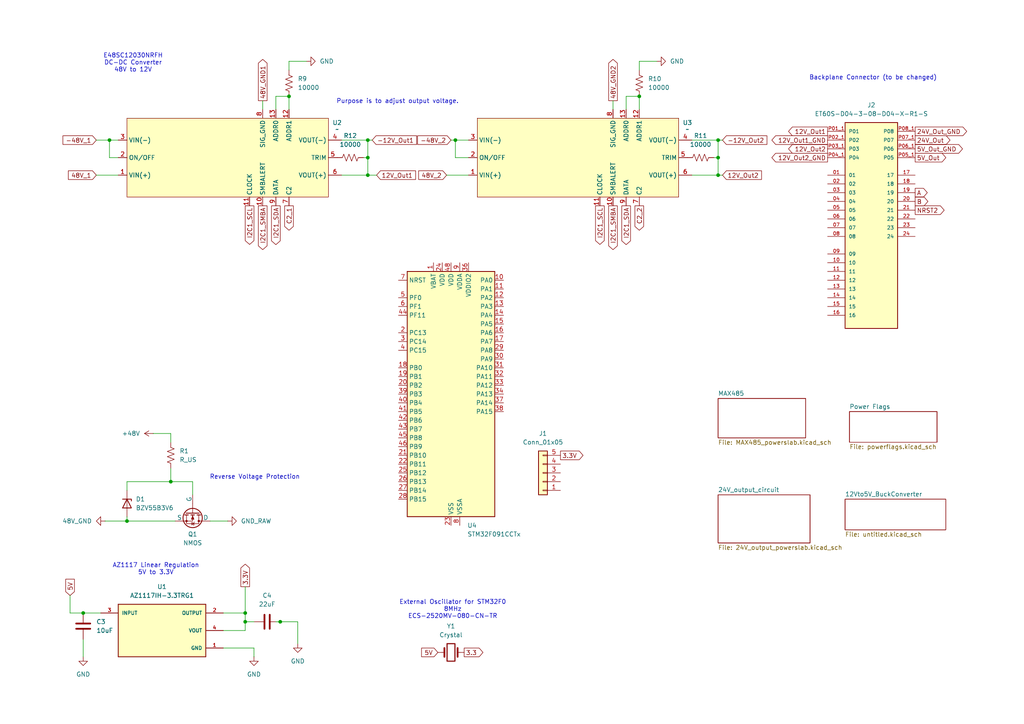
<source format=kicad_sch>
(kicad_sch (version 20231120) (generator "eeschema") (generator_version "8.0")
  (paper "A4")
  (lib_symbols
    (symbol "AZ1117H 4pin:AZ1117IH-3.3TRG1" (pin_names (offset 1.016))
      (property "Reference" "U" (at -12.7 8.128 0))
      (property "Value" "AZ1117IH-3.3TRG1" (at -12.7 -10.16 0))
      (symbol "AZ1117IH-3.3TRG1_0_0"
        (rectangle (start -12.7 -7.62) (end 12.7 7.62) (stroke (width 0.254)) (fill (type background)))
        (pin power_in line (at 17.78 -5.08 180) (length 5.08) (name "GND") (number "1"))
        (pin output line (at 17.78 5.08 180) (length 5.08) (name "OUTPUT") (number "2"))
        (pin input line (at -17.78 5.08 0) (length 5.08) (name "INPUT") (number "3"))
        (pin output line (at 17.78 0 180) (length 5.08) (name "VOUT") (number "4"))
      )
    )
    (symbol "Backplane Connectors ROV:ET60S-D04-3-08-D04-X-R1-S" (pin_names (offset 1.016))
      (property "Reference" "J" (at -7.62 29.21 0))
      (property "Value" "ET60S-D04-3-08-D04-X-R1-S" (at -7.62 -123.19 0))
      (symbol "ET60S-D04-3-08-D04-X-R1-S_0_0"
        (rectangle (start -7.62 27.94) (end 7.62 -31.75) (stroke (width 0.254)) (fill (type background)))
        (pin passive line (at -12.7 12.7 0) (length 5.08) (name "01") (number "01"))
        (pin passive line (at -12.7 10.16 0) (length 5.08) (name "02") (number "02"))
        (pin passive line (at -12.7 7.62 0) (length 5.08) (name "03") (number "03"))
        (pin passive line (at -12.7 5.08 0) (length 5.08) (name "04") (number "04"))
        (pin passive line (at -12.7 2.54 0) (length 5.08) (name "05") (number "05"))
        (pin passive line (at -12.7 0 0) (length 5.08) (name "06") (number "06"))
        (pin passive line (at -12.7 -2.54 0) (length 5.08) (name "07") (number "07"))
        (pin passive line (at -12.7 -5.08 0) (length 5.08) (name "08") (number "08"))
        (pin passive line (at -12.7 -10.16 0) (length 5.08) (name "09") (number "09"))
        (pin passive line (at -12.7 -12.7 0) (length 5.08) (name "10") (number "10"))
        (pin passive line (at -12.7 -15.24 0) (length 5.08) (name "11") (number "11"))
        (pin passive line (at -12.7 -17.78 0) (length 5.08) (name "12") (number "12"))
        (pin passive line (at -12.7 -20.32 0) (length 5.08) (name "13") (number "13"))
        (pin passive line (at -12.7 -22.86 0) (length 5.08) (name "14") (number "14"))
        (pin passive line (at -12.7 -25.4 0) (length 5.08) (name "15") (number "15"))
        (pin passive line (at -12.7 -27.94 0) (length 5.08) (name "16") (number "16"))
        (pin passive line (at 12.7 12.7 180) (length 5.08) (name "17") (number "17"))
        (pin passive line (at 12.7 10.16 180) (length 5.08) (name "18") (number "18"))
        (pin passive line (at 12.7 7.62 180) (length 5.08) (name "19") (number "19"))
        (pin passive line (at 12.7 5.08 180) (length 5.08) (name "20") (number "20"))
        (pin passive line (at 12.7 2.54 180) (length 5.08) (name "21") (number "21"))
        (pin passive line (at 12.7 0 180) (length 5.08) (name "22") (number "22"))
        (pin passive line (at 12.7 -2.54 180) (length 5.08) (name "23") (number "23"))
        (pin passive line (at 12.7 -5.08 180) (length 5.08) (name "24") (number "24"))
        (pin power_in line (at -12.7 22.86 0) (length 5.08) (name "P02") (number "P02_1"))
        (pin power_in line (at -12.7 20.32 0) (length 5.08) (name "P03") (number "P03_1"))
        (pin power_in line (at 12.7 17.78 180) (length 5.08) (name "P05") (number "P05_1"))
        (pin power_in line (at 12.7 20.32 180) (length 5.08) (name "P06") (number "P06_1"))
        (pin power_in line (at 12.7 22.86 180) (length 5.08) (name "P07") (number "P07_1"))
        (pin power_in line (at 12.7 25.4 180) (length 5.08) (name "P08") (number "P08_1"))
      )
      (symbol "ET60S-D04-3-08-D04-X-R1-S_1_0"
        (pin power_in line (at -12.7 25.4 0) (length 5.08) (name "P01") (number "P01_1"))
        (pin power_in line (at -12.7 25.4 0) (length 5.08) hide (name "P01") (number "P01_1"))
        (pin power_in line (at -12.7 25.4 0) (length 5.08) hide (name "P01") (number "P01_1"))
        (pin power_in line (at -12.7 25.4 0) (length 5.08) hide (name "P01") (number "P01_1"))
        (pin power_in line (at -12.7 25.4 0) (length 5.08) hide (name "P01") (number "P01_1"))
        (pin power_in line (at -12.7 25.4 0) (length 5.08) hide (name "P01") (number "P01_1"))
        (pin power_in line (at -12.7 25.4 0) (length 5.08) hide (name "P01") (number "P01_1"))
        (pin power_in line (at -12.7 25.4 0) (length 5.08) hide (name "P01") (number "P01_1"))
        (pin power_in line (at -12.7 25.4 0) (length 5.08) hide (name "P01") (number "P01_1"))
        (pin power_in line (at -12.7 25.4 0) (length 5.08) hide (name "P01") (number "P01_1"))
        (pin power_in line (at -12.7 22.86 0) (length 5.08) hide (name "P02") (number "P02_1"))
        (pin power_in line (at -12.7 22.86 0) (length 5.08) hide (name "P02") (number "P02_1"))
        (pin power_in line (at -12.7 22.86 0) (length 5.08) hide (name "P02") (number "P02_1"))
        (pin power_in line (at -12.7 22.86 0) (length 5.08) hide (name "P02") (number "P02_1"))
        (pin power_in line (at -12.7 22.86 0) (length 5.08) hide (name "P02") (number "P02_1"))
        (pin power_in line (at -12.7 22.86 0) (length 5.08) hide (name "P02") (number "P02_1"))
        (pin power_in line (at -12.7 22.86 0) (length 5.08) hide (name "P02") (number "P02_1"))
        (pin power_in line (at -12.7 22.86 0) (length 5.08) hide (name "P02") (number "P02_1"))
        (pin power_in line (at -12.7 22.86 0) (length 5.08) hide (name "P02") (number "P02_1"))
        (pin power_in line (at -12.7 20.32 0) (length 5.08) hide (name "P03") (number "P03_1"))
        (pin power_in line (at -12.7 20.32 0) (length 5.08) hide (name "P03") (number "P03_1"))
        (pin power_in line (at -12.7 20.32 0) (length 5.08) hide (name "P03") (number "P03_1"))
        (pin power_in line (at -12.7 20.32 0) (length 5.08) hide (name "P03") (number "P03_1"))
        (pin power_in line (at -12.7 20.32 0) (length 5.08) hide (name "P03") (number "P03_1"))
        (pin power_in line (at -12.7 20.32 0) (length 5.08) hide (name "P03") (number "P03_1"))
        (pin power_in line (at -12.7 20.32 0) (length 5.08) hide (name "P03") (number "P03_1"))
        (pin power_in line (at -12.7 20.32 0) (length 5.08) hide (name "P03") (number "P03_1"))
        (pin power_in line (at -12.7 20.32 0) (length 5.08) hide (name "P03") (number "P03_1"))
        (pin power_in line (at -12.7 17.78 0) (length 5.08) (name "P04") (number "P04_1"))
        (pin power_in line (at -12.7 17.78 0) (length 5.08) hide (name "P04") (number "P04_1"))
        (pin power_in line (at -12.7 17.78 0) (length 5.08) hide (name "P04") (number "P04_1"))
        (pin power_in line (at -12.7 17.78 0) (length 5.08) hide (name "P04") (number "P04_1"))
        (pin power_in line (at -12.7 17.78 0) (length 5.08) hide (name "P04") (number "P04_1"))
        (pin power_in line (at -12.7 17.78 0) (length 5.08) hide (name "P04") (number "P04_1"))
        (pin power_in line (at -12.7 17.78 0) (length 5.08) hide (name "P04") (number "P04_1"))
        (pin power_in line (at -12.7 17.78 0) (length 5.08) hide (name "P04") (number "P04_1"))
        (pin power_in line (at -12.7 17.78 0) (length 5.08) hide (name "P04") (number "P04_1"))
        (pin power_in line (at -12.7 17.78 0) (length 5.08) hide (name "P04") (number "P04_1"))
        (pin power_in line (at 12.7 17.78 180) (length 5.08) hide (name "P05") (number "P05_1"))
        (pin power_in line (at 12.7 17.78 180) (length 5.08) hide (name "P05") (number "P05_1"))
        (pin power_in line (at 12.7 17.78 180) (length 5.08) hide (name "P05") (number "P05_1"))
        (pin power_in line (at 12.7 17.78 180) (length 5.08) hide (name "P05") (number "P05_1"))
        (pin power_in line (at 12.7 17.78 180) (length 5.08) hide (name "P05") (number "P05_1"))
        (pin power_in line (at 12.7 17.78 180) (length 5.08) hide (name "P05") (number "P05_1"))
        (pin power_in line (at 12.7 17.78 180) (length 5.08) hide (name "P05") (number "P05_1"))
        (pin power_in line (at 12.7 17.78 180) (length 5.08) hide (name "P05") (number "P05_1"))
        (pin power_in line (at 12.7 17.78 180) (length 5.08) hide (name "P05") (number "P05_1"))
        (pin power_in line (at 12.7 20.32 180) (length 5.08) hide (name "P06") (number "P06_1"))
        (pin power_in line (at 12.7 20.32 180) (length 5.08) hide (name "P06") (number "P06_1"))
        (pin power_in line (at 12.7 20.32 180) (length 5.08) hide (name "P06") (number "P06_1"))
        (pin power_in line (at 12.7 20.32 180) (length 5.08) hide (name "P06") (number "P06_1"))
        (pin power_in line (at 12.7 20.32 180) (length 5.08) hide (name "P06") (number "P06_1"))
        (pin power_in line (at 12.7 20.32 180) (length 5.08) hide (name "P06") (number "P06_1"))
        (pin power_in line (at 12.7 20.32 180) (length 5.08) hide (name "P06") (number "P06_1"))
        (pin power_in line (at 12.7 20.32 180) (length 5.08) hide (name "P06") (number "P06_1"))
        (pin power_in line (at 12.7 20.32 180) (length 5.08) hide (name "P06") (number "P06_1"))
        (pin power_in line (at 12.7 22.86 180) (length 5.08) hide (name "P07") (number "P07_1"))
        (pin power_in line (at 12.7 22.86 180) (length 5.08) hide (name "P07") (number "P07_1"))
        (pin power_in line (at 12.7 22.86 180) (length 5.08) hide (name "P07") (number "P07_1"))
        (pin power_in line (at 12.7 22.86 180) (length 5.08) hide (name "P07") (number "P07_1"))
        (pin power_in line (at 12.7 22.86 180) (length 5.08) hide (name "P07") (number "P07_1"))
        (pin power_in line (at 12.7 22.86 180) (length 5.08) hide (name "P07") (number "P07_1"))
        (pin power_in line (at 12.7 22.86 180) (length 5.08) hide (name "P07") (number "P07_1"))
        (pin power_in line (at 12.7 22.86 180) (length 5.08) hide (name "P07") (number "P07_1"))
        (pin power_in line (at 12.7 22.86 180) (length 5.08) hide (name "P07") (number "P07_1"))
        (pin power_in line (at 12.7 25.4 180) (length 5.08) hide (name "P08") (number "P08_1"))
        (pin power_in line (at 12.7 25.4 180) (length 5.08) hide (name "P08") (number "P08_1"))
        (pin power_in line (at 12.7 25.4 180) (length 5.08) hide (name "P08") (number "P08_1"))
        (pin power_in line (at 12.7 25.4 180) (length 5.08) hide (name "P08") (number "P08_1"))
        (pin power_in line (at 12.7 25.4 180) (length 5.08) hide (name "P08") (number "P08_1"))
        (pin power_in line (at 12.7 25.4 180) (length 5.08) hide (name "P08") (number "P08_1"))
        (pin power_in line (at 12.7 25.4 180) (length 5.08) hide (name "P08") (number "P08_1"))
        (pin power_in line (at 12.7 25.4 180) (length 5.08) hide (name "P08") (number "P08_1"))
        (pin power_in line (at 12.7 25.4 180) (length 5.08) hide (name "P08") (number "P08_1"))
      )
    )
    (symbol "Connector_Generic:Conn_01x05" (pin_names (offset 1.016) hide)
      (property "Reference" "J" (at 0 7.62 0))
      (property "Value" "Conn_01x05" (at 0 -7.62 0))
      (symbol "Conn_01x05_1_1"
        (rectangle (start -1.27 -4.953) (end 0 -5.207) (stroke (width 0.1524)))
        (rectangle (start -1.27 -2.413) (end 0 -2.667) (stroke (width 0.1524)))
        (rectangle (start -1.27 0.127) (end 0 -0.127) (stroke (width 0.1524)))
        (rectangle (start -1.27 2.667) (end 0 2.413) (stroke (width 0.1524)))
        (rectangle (start -1.27 5.207) (end 0 4.953) (stroke (width 0.1524)))
        (rectangle (start -1.27 6.35) (end 1.27 -6.35) (stroke (width 0.254)) (fill (type background)))
        (pin passive line (at -5.08 5.08 0) (length 3.81) (name "Pin_1") (number "1"))
        (pin passive line (at -5.08 2.54 0) (length 3.81) (name "Pin_2") (number "2"))
        (pin passive line (at -5.08 0 0) (length 3.81) (name "Pin_3") (number "3"))
        (pin passive line (at -5.08 -2.54 0) (length 3.81) (name "Pin_4") (number "4"))
        (pin passive line (at -5.08 -5.08 0) (length 3.81) (name "Pin_5") (number "5"))
      )
    )
    (symbol "Device:C" (pin_numbers hide) (pin_names (offset 0.254))
      (property "Reference" "C" (at 0.635 2.54 0))
      (property "Value" "C" (at 0.635 -2.54 0))
      (symbol "C_0_1"
        (polyline (pts (xy -2.032 -0.762) (xy 2.032 -0.762)) (stroke (width 0.508)))
        (polyline (pts (xy -2.032 0.762) (xy 2.032 0.762)) (stroke (width 0.508)))
      )
      (symbol "C_1_1"
        (pin passive line (at 0 3.81 270) (length 2.794) (name "~") (number "1"))
        (pin passive line (at 0 -3.81 90) (length 2.794) (name "~") (number "2"))
      )
    )
    (symbol "Device:Crystal" (pin_numbers hide) (pin_names (offset 1.016) hide)
      (property "Reference" "Y" (at 0 3.81 0))
      (property "Value" "Crystal" (at 0 -3.81 0))
      (symbol "Crystal_0_1"
        (rectangle (start -1.143 2.54) (end 1.143 -2.54) (stroke (width 0.3048)))
        (polyline (pts (xy -2.54 0) (xy -1.905 0)))
        (polyline (pts (xy -1.905 -1.27) (xy -1.905 1.27)) (stroke (width 0.508)))
        (polyline (pts (xy 1.905 -1.27) (xy 1.905 1.27)) (stroke (width 0.508)))
        (polyline (pts (xy 2.54 0) (xy 1.905 0)))
      )
      (symbol "Crystal_1_1"
        (pin passive line (at -3.81 0 0) (length 1.27) (name "1") (number "1"))
        (pin passive line (at 3.81 0 180) (length 1.27) (name "2") (number "2"))
      )
    )
    (symbol "Device:R_US" (pin_numbers hide) (pin_names (offset 0))
      (property "Reference" "R" (at 2.54 0 90))
      (property "Value" "R_US" (at -2.54 0 90))
      (symbol "R_US_0_1"
        (polyline (pts (xy 0 -2.286) (xy 0 -2.54)))
        (polyline (pts (xy 0 2.286) (xy 0 2.54)))
        (polyline (pts (xy 0 -0.762) (xy 1.016 -1.143) (xy 0 -1.524) (xy -1.016 -1.905) (xy 0 -2.286)))
        (polyline (pts (xy 0 0.762) (xy 1.016 0.381) (xy 0 0) (xy -1.016 -0.381) (xy 0 -0.762)))
        (polyline (pts (xy 0 2.286) (xy 1.016 1.905) (xy 0 1.524) (xy -1.016 1.143) (xy 0 0.762)))
      )
      (symbol "R_US_1_1"
        (pin passive line (at 0 3.81 270) (length 1.27) (name "~") (number "1"))
        (pin passive line (at 0 -3.81 90) (length 1.27) (name "~") (number "2"))
      )
    )
    (symbol "Diode:BZV55B3V6" (pin_numbers hide) (pin_names hide)
      (property "Reference" "D" (at 0 2.54 0))
      (property "Value" "BZV55B3V6" (at 0 -2.54 0))
      (symbol "BZV55B3V6_0_1"
        (polyline (pts (xy 1.27 0) (xy -1.27 0)))
        (polyline (pts (xy -1.27 -1.27) (xy -1.27 1.27) (xy -0.762 1.27)) (stroke (width 0.254)))
        (polyline (pts (xy 1.27 -1.27) (xy 1.27 1.27) (xy -1.27 0) (xy 1.27 -1.27)) (stroke (width 0.254)))
      )
      (symbol "BZV55B3V6_1_1"
        (pin passive line (at -3.81 0 0) (length 2.54) (name "K") (number "1"))
        (pin passive line (at 3.81 0 180) (length 2.54) (name "A") (number "2"))
      )
    )
    (symbol "E48SC12030NRFH_New:E48SC12030NRFH"
      (property "Reference" "U" (at 0 0 0))
      (symbol "E48SC12030NRFH_1_1"
        (rectangle (start -29.21 11.43) (end 29.21 -11.43) (fill (type background)))
        (pin input line (at -31.75 -5.08 0) (length 2.54) (name "VIN(+)") (number "1"))
        (pin output line (at 10.16 -13.97 90) (length 2.54) (name "SMBALERT") (number "10"))
        (pin output line (at 6.35 -13.97 90) (length 2.54) (name "CLOCK") (number "11"))
        (pin output line (at 17.78 13.97 270) (length 2.54) (name "ADDR1") (number "12"))
        (pin output line (at 13.97 13.97 270) (length 2.54) (name "ADDR0") (number "13"))
        (pin input line (at -31.75 0 0) (length 2.54) (name "ON/OFF") (number "2"))
        (pin input line (at -31.75 5.08 0) (length 2.54) (name "VIN(-)") (number "3"))
        (pin output line (at 33.02 5.08 180) (length 3.81) (name "VOUT(-)") (number "4"))
        (pin output line (at 31.75 0 180) (length 2.54) (name "TRIM") (number "5"))
        (pin output line (at 33.02 -5.08 180) (length 3.81) (name "VOUT(+)") (number "6"))
        (pin output line (at 17.78 -13.97 90) (length 2.54) (name "C2") (number "7"))
        (pin output line (at 10.16 13.97 270) (length 2.54) (name "SIG_GND") (number "8"))
        (pin output line (at 13.97 -13.97 90) (length 2.54) (name "DATA") (number "9"))
      )
    )
    (symbol "MCU_ST_STM32F0:STM32F091CCTx"
      (property "Reference" "U" (at -12.7 36.83 0))
      (property "Value" "STM32F091CCTx" (at 7.62 36.83 0))
      (symbol "STM32F091CCTx_0_1"
        (rectangle (start -12.7 -35.56) (end 12.7 35.56) (stroke (width 0.254)) (fill (type background)))
      )
      (symbol "STM32F091CCTx_1_1"
        (pin power_in line (at -5.08 38.1 270) (length 2.54) (name "VBAT") (number "1"))
        (pin bidirectional line (at 15.24 33.02 180) (length 2.54) (name "PA0") (number "10"))
        (pin bidirectional line (at 15.24 30.48 180) (length 2.54) (name "PA1") (number "11"))
        (pin bidirectional line (at 15.24 27.94 180) (length 2.54) (name "PA2") (number "12"))
        (pin bidirectional line (at 15.24 25.4 180) (length 2.54) (name "PA3") (number "13"))
        (pin bidirectional line (at 15.24 22.86 180) (length 2.54) (name "PA4") (number "14"))
        (pin bidirectional line (at 15.24 20.32 180) (length 2.54) (name "PA5") (number "15"))
        (pin bidirectional line (at 15.24 17.78 180) (length 2.54) (name "PA6") (number "16"))
        (pin bidirectional line (at 15.24 15.24 180) (length 2.54) (name "PA7") (number "17"))
        (pin bidirectional line (at -15.24 7.62 0) (length 2.54) (name "PB0") (number "18"))
        (pin bidirectional line (at -15.24 5.08 0) (length 2.54) (name "PB1") (number "19"))
        (pin bidirectional line (at -15.24 17.78 0) (length 2.54) (name "PC13") (number "2"))
        (pin bidirectional line (at -15.24 2.54 0) (length 2.54) (name "PB2") (number "20"))
        (pin bidirectional line (at -15.24 -17.78 0) (length 2.54) (name "PB10") (number "21"))
        (pin bidirectional line (at -15.24 -20.32 0) (length 2.54) (name "PB11") (number "22"))
        (pin power_in line (at 0 -38.1 90) (length 2.54) (name "VSS") (number "23"))
        (pin power_in line (at -2.54 38.1 270) (length 2.54) (name "VDD") (number "24"))
        (pin bidirectional line (at -15.24 -22.86 0) (length 2.54) (name "PB12") (number "25"))
        (pin bidirectional line (at -15.24 -25.4 0) (length 2.54) (name "PB13") (number "26"))
        (pin bidirectional line (at -15.24 -27.94 0) (length 2.54) (name "PB14") (number "27"))
        (pin bidirectional line (at -15.24 -30.48 0) (length 2.54) (name "PB15") (number "28"))
        (pin bidirectional line (at 15.24 12.7 180) (length 2.54) (name "PA8") (number "29"))
        (pin bidirectional line (at -15.24 15.24 0) (length 2.54) (name "PC14") (number "3"))
        (pin bidirectional line (at 15.24 10.16 180) (length 2.54) (name "PA9") (number "30"))
        (pin bidirectional line (at 15.24 7.62 180) (length 2.54) (name "PA10") (number "31"))
        (pin bidirectional line (at 15.24 5.08 180) (length 2.54) (name "PA11") (number "32"))
        (pin bidirectional line (at 15.24 2.54 180) (length 2.54) (name "PA12") (number "33"))
        (pin bidirectional line (at 15.24 0 180) (length 2.54) (name "PA13") (number "34"))
        (pin passive line (at 0 -38.1 90) (length 2.54) hide (name "VSS") (number "35"))
        (pin power_in line (at 5.08 38.1 270) (length 2.54) (name "VDDIO2") (number "36"))
        (pin bidirectional line (at 15.24 -2.54 180) (length 2.54) (name "PA14") (number "37"))
        (pin bidirectional line (at 15.24 -5.08 180) (length 2.54) (name "PA15") (number "38"))
        (pin bidirectional line (at -15.24 0 0) (length 2.54) (name "PB3") (number "39"))
        (pin bidirectional line (at -15.24 12.7 0) (length 2.54) (name "PC15") (number "4"))
        (pin bidirectional line (at -15.24 -2.54 0) (length 2.54) (name "PB4") (number "40"))
        (pin bidirectional line (at -15.24 -5.08 0) (length 2.54) (name "PB5") (number "41"))
        (pin bidirectional line (at -15.24 -7.62 0) (length 2.54) (name "PB6") (number "42"))
        (pin bidirectional line (at -15.24 -10.16 0) (length 2.54) (name "PB7") (number "43"))
        (pin bidirectional line (at -15.24 22.86 0) (length 2.54) (name "PF11") (number "44"))
        (pin bidirectional line (at -15.24 -12.7 0) (length 2.54) (name "PB8") (number "45"))
        (pin bidirectional line (at -15.24 -15.24 0) (length 2.54) (name "PB9") (number "46"))
        (pin passive line (at 0 -38.1 90) (length 2.54) hide (name "VSS") (number "47"))
        (pin power_in line (at 0 38.1 270) (length 2.54) (name "VDD") (number "48"))
        (pin bidirectional line (at -15.24 27.94 0) (length 2.54) (name "PF0") (number "5"))
        (pin bidirectional line (at -15.24 25.4 0) (length 2.54) (name "PF1") (number "6"))
        (pin input line (at -15.24 33.02 0) (length 2.54) (name "NRST") (number "7"))
        (pin power_in line (at 2.54 -38.1 90) (length 2.54) (name "VSSA") (number "8"))
        (pin power_in line (at 2.54 38.1 270) (length 2.54) (name "VDDA") (number "9"))
      )
    )
    (symbol "Simulation_SPICE:NMOS" (pin_numbers hide) (pin_names (offset 0))
      (property "Reference" "Q" (at 5.08 1.27 0))
      (property "Value" "NMOS" (at 5.08 -1.27 0))
      (symbol "NMOS_0_1"
        (polyline (pts (xy 0.254 0) (xy -2.54 0)))
        (polyline (pts (xy 0.254 1.905) (xy 0.254 -1.905)) (stroke (width 0.254)))
        (polyline (pts (xy 0.762 -1.27) (xy 0.762 -2.286)) (stroke (width 0.254)))
        (polyline (pts (xy 0.762 0.508) (xy 0.762 -0.508)) (stroke (width 0.254)))
        (polyline (pts (xy 0.762 2.286) (xy 0.762 1.27)) (stroke (width 0.254)))
        (polyline (pts (xy 2.54 2.54) (xy 2.54 1.778)))
        (polyline (pts (xy 2.54 -2.54) (xy 2.54 0) (xy 0.762 0)))
        (polyline (pts (xy 0.762 -1.778) (xy 3.302 -1.778) (xy 3.302 1.778) (xy 0.762 1.778)))
        (polyline (pts (xy 1.016 0) (xy 2.032 0.381) (xy 2.032 -0.381) (xy 1.016 0)) (fill (type outline)))
        (polyline (pts (xy 2.794 0.508) (xy 2.921 0.381) (xy 3.683 0.381) (xy 3.81 0.254)))
        (polyline (pts (xy 3.302 0.381) (xy 2.921 -0.254) (xy 3.683 -0.254) (xy 3.302 0.381)))
        (circle (center 1.651 0) (radius 2.794) (stroke (width 0.254)))
        (circle (center 2.54 -1.778) (radius 0.254) (fill (type outline)))
        (circle (center 2.54 1.778) (radius 0.254) (fill (type outline)))
      )
      (symbol "NMOS_1_1"
        (pin passive line (at 2.54 5.08 270) (length 2.54) (name "D") (number "1"))
        (pin input line (at -5.08 0 0) (length 2.54) (name "G") (number "2"))
        (pin passive line (at 2.54 -5.08 90) (length 2.54) (name "S") (number "3"))
      )
    )
    (symbol "power:+48V" (power) (pin_numbers hide) (pin_names (offset 0) hide)
      (property "Value" "+48V" (at 0 3.556 0))
      (symbol "+48V_0_1"
        (polyline (pts (xy -0.762 1.27) (xy 0 2.54)))
        (polyline (pts (xy 0 0) (xy 0 2.54)))
        (polyline (pts (xy 0 2.54) (xy 0.762 1.27)))
      )
      (symbol "+48V_1_1"
        (pin power_in line (at 0 0 90) (length 0) (name "~") (number "1"))
      )
    )
    (symbol "power:GND" (power) (pin_numbers hide) (pin_names (offset 0) hide)
      (property "Value" "GND" (at 0 -3.81 0))
      (symbol "GND_0_1"
        (polyline (pts (xy 0 0) (xy 0 -1.27) (xy 1.27 -1.27) (xy 0 -2.54) (xy -1.27 -1.27) (xy 0 -1.27)))
      )
      (symbol "GND_1_1"
        (pin power_in line (at 0 0 270) (length 0) (name "~") (number "1"))
      )
    )
  )
  (junction (at 106.68 40.64))
  (junction (at 81.28 180.34))
  (junction (at 208.28 50.8))
  (junction (at 83.82 27.94))
  (junction (at 208.28 40.64))
  (junction (at 49.53 139.7))
  (junction (at 208.28 45.72))
  (junction (at 71.12 177.8))
  (junction (at 36.83 151.13))
  (junction (at 31.75 40.64))
  (junction (at 185.42 27.94))
  (junction (at 24.13 177.8))
  (junction (at 132.08 40.64))
  (junction (at 106.68 45.72))
  (junction (at 71.12 180.34))
  (junction (at 106.68 50.8))
  (wire (pts (xy 36.83 142.24) (xy 36.83 139.7)))
  (wire (pts (xy 83.82 20.32) (xy 83.82 17.78)))
  (wire (pts (xy 49.53 135.89) (xy 49.53 139.7)))
  (wire (pts (xy 208.28 50.8) (xy 200.66 50.8)))
  (wire (pts (xy 44.45 125.73) (xy 49.53 125.73)))
  (wire (pts (xy 208.28 45.72) (xy 208.28 50.8)))
  (wire (pts (xy 132.08 40.64) (xy 135.89 40.64)))
  (wire (pts (xy 27.94 40.64) (xy 31.75 40.64)))
  (wire (pts (xy 64.77 177.8) (xy 71.12 177.8)))
  (wire (pts (xy 208.28 40.64) (xy 200.66 40.64)))
  (wire (pts (xy 80.01 31.75) (xy 80.01 27.94)))
  (wire (pts (xy 55.88 143.51) (xy 55.88 139.7)))
  (wire (pts (xy 31.75 40.64) (xy 34.29 40.64)))
  (wire (pts (xy 36.83 139.7) (xy 49.53 139.7)))
  (wire (pts (xy 86.36 180.34) (xy 86.36 186.69)))
  (wire (pts (xy 132.08 45.72) (xy 132.08 40.64)))
  (wire (pts (xy 64.77 182.88) (xy 71.12 182.88)))
  (wire (pts (xy 31.75 45.72) (xy 31.75 40.64)))
  (wire (pts (xy 130.81 40.64) (xy 132.08 40.64)))
  (wire (pts (xy 83.82 27.94) (xy 83.82 31.75)))
  (wire (pts (xy 106.68 50.8) (xy 99.06 50.8)))
  (wire (pts (xy 107.95 40.64) (xy 106.68 40.64)))
  (wire (pts (xy 135.89 45.72) (xy 132.08 45.72)))
  (wire (pts (xy 71.12 170.18) (xy 71.12 177.8)))
  (wire (pts (xy 105.41 45.72) (xy 106.68 45.72)))
  (wire (pts (xy 185.42 27.94) (xy 185.42 31.75)))
  (wire (pts (xy 185.42 17.78) (xy 190.5 17.78)))
  (wire (pts (xy 30.48 151.13) (xy 36.83 151.13)))
  (wire (pts (xy 34.29 45.72) (xy 31.75 45.72)))
  (wire (pts (xy 73.66 187.96) (xy 73.66 190.5)))
  (wire (pts (xy 36.83 149.86) (xy 36.83 151.13)))
  (wire (pts (xy 60.96 151.13) (xy 66.04 151.13)))
  (wire (pts (xy 24.13 177.8) (xy 20.32 177.8)))
  (wire (pts (xy 209.55 50.8) (xy 208.28 50.8)))
  (wire (pts (xy 80.01 27.94) (xy 83.82 27.94)))
  (wire (pts (xy 185.42 20.32) (xy 185.42 17.78)))
  (wire (pts (xy 106.68 40.64) (xy 106.68 45.72)))
  (wire (pts (xy 81.28 180.34) (xy 86.36 180.34)))
  (wire (pts (xy 29.21 177.8) (xy 24.13 177.8)))
  (wire (pts (xy 55.88 139.7) (xy 49.53 139.7)))
  (wire (pts (xy 27.94 50.8) (xy 34.29 50.8)))
  (wire (pts (xy 181.61 31.75) (xy 181.61 27.94)))
  (wire (pts (xy 36.83 151.13) (xy 50.8 151.13)))
  (wire (pts (xy 181.61 27.94) (xy 185.42 27.94)))
  (wire (pts (xy 80.01 180.34) (xy 81.28 180.34)))
  (wire (pts (xy 83.82 17.78) (xy 88.9 17.78)))
  (wire (pts (xy 71.12 180.34) (xy 71.12 182.88)))
  (wire (pts (xy 129.54 50.8) (xy 135.89 50.8)))
  (wire (pts (xy 49.53 128.27) (xy 49.53 125.73)))
  (wire (pts (xy 71.12 177.8) (xy 71.12 180.34)))
  (wire (pts (xy 106.68 40.64) (xy 99.06 40.64)))
  (wire (pts (xy 177.8 29.21) (xy 177.8 31.75)))
  (wire (pts (xy 207.01 45.72) (xy 208.28 45.72)))
  (wire (pts (xy 209.55 40.64) (xy 208.28 40.64)))
  (wire (pts (xy 71.12 180.34) (xy 73.66 180.34)))
  (wire (pts (xy 76.2 29.21) (xy 76.2 31.75)))
  (wire (pts (xy 106.68 45.72) (xy 106.68 50.8)))
  (wire (pts (xy 20.32 172.72) (xy 20.32 177.8)))
  (wire (pts (xy 208.28 40.64) (xy 208.28 45.72)))
  (wire (pts (xy 64.77 187.96) (xy 73.66 187.96)))
  (wire (pts (xy 109.22 50.8) (xy 106.68 50.8)))
  (wire (pts (xy 24.13 185.42) (xy 24.13 190.5)))
  (text "Purpose is to adjust output voltage." (at 115.316 29.464 0) (effects (font (size 1.27 1.27))))
  (text "Reverse Voltage Protection" (at 73.914 138.43 0) (effects (font (size 1.27 1.27))))
  (text "Backplane Connector (to be changed)\n" (at 253.238 22.606 0) (effects (font (size 1.27 1.27))))
  (text "External Oscillator for STM32F0\n8MHz\nECS-2520MV-080-CN-TR" (at 131.318 176.784 0) (effects (font (size 1.27 1.27))))
  (text "E48SC12030NRFH\nDC-DC Converter\n48V to 12V" (at 38.608 18.288 0) (effects (font (size 1.27 1.27))))
  (text "AZ1117 Linear Regulation\n5V to 3.3V\n" (at 45.212 165.1 0) (effects (font (size 1.27 1.27))))
  (global_label "12V_Out1" (shape input) (at 109.22 50.8 0) (property "Intersheetrefs" "${INTERSHEET_REFS}" (effects (hide yes))))
  (global_label "-12V_Out2" (shape input) (at 209.55 40.64 0) (property "Intersheetrefs" "${INTERSHEET_REFS}" (effects (hide yes))))
  (global_label "5V" (shape input) (at 20.32 172.72 90) (property "Intersheetrefs" "${INTERSHEET_REFS}" (effects (hide yes))))
  (global_label "48V_GND2" (shape output) (at 177.8 29.21 90) (property "Intersheetrefs" "${INTERSHEET_REFS}" (effects (hide yes))))
  (global_label "12V_Out1_GND" (shape output) (at 240.03 40.64 180) (property "Intersheetrefs" "${INTERSHEET_REFS}" (effects (hide yes))))
  (global_label "-48V_1" (shape input) (at 27.94 40.64 180) (property "Intersheetrefs" "${INTERSHEET_REFS}" (effects (hide yes))))
  (global_label "48V_GND1" (shape output) (at 76.2 29.21 90) (property "Intersheetrefs" "${INTERSHEET_REFS}" (effects (hide yes))))
  (global_label "3.3V" (shape output) (at 71.12 170.18 90) (property "Intersheetrefs" "${INTERSHEET_REFS}" (effects (hide yes))))
  (global_label "-48V_2" (shape input) (at 130.81 40.64 180) (property "Intersheetrefs" "${INTERSHEET_REFS}" (effects (hide yes))))
  (global_label "I2C1_SCL" (shape output) (at 173.99 59.69 270) (property "Intersheetrefs" "${INTERSHEET_REFS}" (effects (hide yes))))
  (global_label "12V_Out2" (shape input) (at 209.55 50.8 0) (property "Intersheetrefs" "${INTERSHEET_REFS}" (effects (hide yes))))
  (global_label "I2C1_SDA" (shape output) (at 80.01 59.69 270) (property "Intersheetrefs" "${INTERSHEET_REFS}" (effects (hide yes))))
  (global_label "5V" (shape input) (at 127 189.23 180) (property "Intersheetrefs" "${INTERSHEET_REFS}" (effects (hide yes))))
  (global_label "5V_Out" (shape output) (at 265.43 45.72 0) (property "Intersheetrefs" "${INTERSHEET_REFS}" (effects (hide yes))))
  (global_label "12V_Out1" (shape output) (at 240.03 38.1 180) (property "Intersheetrefs" "${INTERSHEET_REFS}" (effects (hide yes))))
  (global_label "12V_Out2" (shape output) (at 240.03 43.18 180) (property "Intersheetrefs" "${INTERSHEET_REFS}" (effects (hide yes))))
  (global_label "C2_2" (shape output) (at 185.42 59.69 270) (property "Intersheetrefs" "${INTERSHEET_REFS}" (effects (hide yes))))
  (global_label "5V_Out_GND" (shape output) (at 265.43 43.18 0) (property "Intersheetrefs" "${INTERSHEET_REFS}" (effects (hide yes))))
  (global_label "24V_Out_GND" (shape output) (at 265.43 38.1 0) (property "Intersheetrefs" "${INTERSHEET_REFS}" (effects (hide yes))))
  (global_label "48V_1" (shape input) (at 27.94 50.8 180) (property "Intersheetrefs" "${INTERSHEET_REFS}" (effects (hide yes))))
  (global_label "I2C1_SMBA" (shape output) (at 76.2 59.69 270) (property "Intersheetrefs" "${INTERSHEET_REFS}" (effects (hide yes))))
  (global_label "I2C1_SMBA" (shape output) (at 177.8 59.69 270) (property "Intersheetrefs" "${INTERSHEET_REFS}" (effects (hide yes))))
  (global_label "3.3" (shape output) (at 134.62 189.23 0) (property "Intersheetrefs" "${INTERSHEET_REFS}" (effects (hide yes))))
  (global_label "12V_Out2_GND" (shape output) (at 240.03 45.72 180) (property "Intersheetrefs" "${INTERSHEET_REFS}" (effects (hide yes))))
  (global_label "I2C1_SCL" (shape output) (at 72.39 59.69 270) (property "Intersheetrefs" "${INTERSHEET_REFS}" (effects (hide yes))))
  (global_label "24V_Out" (shape output) (at 265.43 40.64 0) (property "Intersheetrefs" "${INTERSHEET_REFS}" (effects (hide yes))))
  (global_label "3.3V" (shape output) (at 162.56 132.08 0) (property "Intersheetrefs" "${INTERSHEET_REFS}" (effects (hide yes))))
  (global_label "NRST2" (shape output) (at 265.43 60.96 0) (property "Intersheetrefs" "${INTERSHEET_REFS}" (effects (hide yes))))
  (global_label "A" (shape output) (at 265.43 55.88 0) (property "Intersheetrefs" "${INTERSHEET_REFS}" (effects (hide yes))))
  (global_label "C2_1" (shape output) (at 83.82 59.69 270) (property "Intersheetrefs" "${INTERSHEET_REFS}" (effects (hide yes))))
  (global_label "B" (shape output) (at 265.43 58.42 0) (property "Intersheetrefs" "${INTERSHEET_REFS}" (effects (hide yes))))
  (global_label "-12V_Out1" (shape input) (at 107.95 40.64 0) (property "Intersheetrefs" "${INTERSHEET_REFS}" (effects (hide yes))))
  (global_label "I2C1_SDA" (shape output) (at 181.61 59.69 270) (property "Intersheetrefs" "${INTERSHEET_REFS}" (effects (hide yes))))
  (global_label "48V_2" (shape input) (at 129.54 50.8 180) (property "Intersheetrefs" "${INTERSHEET_REFS}" (effects (hide yes))))
  (symbol (lib_id "power:GND") (at 88.9 17.78 90) (unit 1)
    (property "Reference" "#PWR04" (effects (hide yes)))
    (property "Value" "GND" (at 92.71 17.7799 90) (effects (justify right)))
    (property "Description" "Power symbol creates a global label with name \"GND\" , ground" (effects (hide yes)))
  )
  (symbol (lib_id "Device:R_US") (at 185.42 24.13 0) (unit 1)
    (property "Reference" "R10" (at 187.96 22.8599 0) (effects (justify left)))
    (property "Value" "10000" (at 187.96 25.3999 0) (effects (justify left)))
    (property "Description" "Resistor, US symbol" (effects (hide yes)))
  )
  (symbol (lib_id "Connector_Generic:Conn_01x05") (at 157.48 137.16 180) (unit 1)
    (property "Reference" "J1" (at 157.48 125.73 0))
    (property "Value" "Conn_01x05" (at 157.48 128.27 0))
    (property "Description" "Generic connector, single row, 01x05, script generated (kicad-library-utils/schlib/autogen/connector/)" (effects (hide yes)))
  )
  (symbol (lib_id "Device:C") (at 24.13 181.61 180) (unit 1)
    (property "Reference" "C3" (at 27.94 180.3399 0) (effects (justify right)))
    (property "Value" "10uF" (at 27.94 182.8799 0) (effects (justify right)))
    (property "Description" "Unpolarized capacitor" (effects (hide yes)))
  )
  (symbol (lib_id "power:GND") (at 24.13 190.5 0) (unit 1)
    (property "Reference" "#PWR01" (effects (hide yes)))
    (property "Value" "GND" (at 24.13 195.58 0))
    (property "Description" "Power symbol creates a global label with name \"GND\" , ground" (effects (hide yes)))
  )
  (symbol (lib_id "Device:R_US") (at 83.82 24.13 0) (unit 1)
    (property "Reference" "R9" (at 86.36 22.8599 0) (effects (justify left)))
    (property "Value" "10000" (at 86.36 25.3999 0) (effects (justify left)))
    (property "Description" "Resistor, US symbol" (effects (hide yes)))
  )
  (symbol (lib_id "Device:Crystal") (at 130.81 189.23 0) (unit 1)
    (property "Reference" "Y1" (at 130.81 181.61 0))
    (property "Value" "Crystal" (at 130.81 184.15 0))
    (property "Description" "Two pin crystal" (effects (hide yes)))
  )
  (symbol (lib_id "Device:R_US") (at 203.2 45.72 90) (unit 1)
    (property "Reference" "R11" (at 203.2 39.37 90))
    (property "Value" "10000" (at 203.2 41.91 90))
    (property "Description" "Resistor, US symbol" (effects (hide yes)))
  )
  (symbol (lib_id "Device:R_US") (at 101.6 45.72 90) (unit 1)
    (property "Reference" "R12" (at 101.6 39.37 90))
    (property "Value" "10000" (at 101.6 41.91 90))
    (property "Description" "Resistor, US symbol" (effects (hide yes)))
  )
  (symbol (lib_id "Simulation_SPICE:NMOS") (at 55.88 148.59 270) (unit 1)
    (property "Reference" "Q1" (at 55.88 154.94 90))
    (property "Value" "NMOS" (at 55.88 157.48 90))
    (property "Datasheet" "https://ngspice.sourceforge.io/docs/ngspice-html-manual/manual.xhtml#cha_MOSFETs" (effects (hide yes)))
    (property "Description" "N-MOSFET transistor, drain/source/gate" (effects (hide yes)))
    (property "Sim.Device" "NMOS" (effects (hide yes)))
    (property "Sim.Type" "VDMOS" (effects (hide yes)))
    (property "Sim.Pins" "1=D 2=G 3=S" (effects (hide yes)))
  )
  (symbol (lib_id "power:GND") (at 190.5 17.78 90) (unit 1)
    (property "Reference" "#PWR08" (effects (hide yes)))
    (property "Value" "GND" (at 194.31 17.7799 90) (effects (justify right)))
    (property "Description" "Power symbol creates a global label with name \"GND\" , ground" (effects (hide yes)))
  )
  (symbol (lib_id "power:GND") (at 66.04 151.13 90) (unit 1)
    (property "Reference" "#PWR07" (effects (hide yes)))
    (property "Value" "GND_RAW" (at 69.85 151.1299 90) (effects (justify right)))
    (property "Description" "Power symbol creates a global label with name \"GND\" , ground" (effects (hide yes)))
  )
  (symbol (lib_id "E48SC12030NRFH_New:E48SC12030NRFH") (at 167.64 45.72 0) (unit 1)
    (property "Reference" "U3" (at 199.39 35.5914 0))
    (property "Value" "~" (at 199.39 37.4965 0))
  )
  (symbol (lib_id "Device:C") (at 77.47 180.34 270) (unit 1)
    (property "Reference" "C4" (at 77.47 172.72 90))
    (property "Value" "22uF" (at 77.47 175.26 90))
    (property "Description" "Unpolarized capacitor" (effects (hide yes)))
  )
  (symbol (lib_id "E48SC12030NRFH_New:E48SC12030NRFH") (at 66.04 45.72 0) (unit 1)
    (property "Reference" "U2" (at 97.79 35.5914 0))
    (property "Value" "~" (at 97.79 37.4965 0))
  )
  (symbol (lib_id "Diode:BZV55B3V6") (at 36.83 146.05 270) (unit 1)
    (property "Reference" "D1" (at 39.37 144.7799 90) (effects (justify left)))
    (property "Value" "BZV55B3V6" (at 39.37 147.3199 90) (effects (justify left)))
    (property "Footprint" "Diode_SMD:D_MiniMELF" (effects (hide yes)))
    (property "Datasheet" "https://assets.nexperia.com/documents/data-sheet/BZV55_SER.pdf" (effects (hide yes)))
    (property "Description" "3.6V, 500mW, 2%, Zener diode, MiniMELF" (effects (hide yes)))
  )
  (symbol (lib_id "power:GND") (at 86.36 186.69 0) (unit 1)
    (property "Reference" "#PWR03" (effects (hide yes)))
    (property "Value" "GND" (at 86.36 191.77 0))
    (property "Description" "Power symbol creates a global label with name \"GND\" , ground" (effects (hide yes)))
  )
  (symbol (lib_id "power:GND") (at 73.66 190.5 0) (unit 1)
    (property "Reference" "#PWR02" (effects (hide yes)))
    (property "Value" "GND" (at 73.66 195.58 0))
    (property "Description" "Power symbol creates a global label with name \"GND\" , ground" (effects (hide yes)))
  )
  (symbol (lib_id "AZ1117H 4pin:AZ1117IH-3.3TRG1") (at 46.99 182.88 0) (unit 1)
    (property "Reference" "U1" (at 46.99 170.18 0))
    (property "Value" "AZ1117IH-3.3TRG1" (at 46.99 172.72 0))
    (property "Footprint" "AZ1117IH-3.3TRG1:SOT230P700X185-4N" (effects (hide yes)))
    (property "SNAPEDA_PACKAGE_ID" "6532" (effects (hide yes)))
    (property "MAXIMUM_PACKAGE_HEIGHT" "1.85 mm" (effects (hide yes)))
    (property "STANDARD" "IPC 7351B" (effects (hide yes)))
    (property "PARTREV" "2-2" (effects (hide yes)))
    (property "MANUFACTURER" "Diodes Inc." (effects (hide yes)))
    (property "SNAPEDA_PN" "AZ1117IH-3.3TRG1" (effects (hide yes)))
  )
  (symbol (lib_id "Device:R_US") (at 49.53 132.08 0) (unit 1)
    (property "Reference" "R1" (at 52.07 130.8099 0) (effects (justify left)))
    (property "Value" "R_US" (at 52.07 133.3499 0) (effects (justify left)))
    (property "Description" "Resistor, US symbol" (effects (hide yes)))
  )
  (symbol (lib_id "Backplane Connectors ROV:ET60S-D04-3-08-D04-X-R1-S") (at 252.73 63.5 0) (unit 1)
    (property "Reference" "J2" (at 252.73 30.48 0))
    (property "Value" "ET60S-D04-3-08-D04-X-R1-S" (at 252.73 33.02 0))
    (property "Footprint" "ET60S-D04-3-08-D04-X-R1-S:SAMTEC_ET60S-D04-3-08-D04-X-R1-S" (effects (hide yes)))
    (property "PARTREV" "G" (effects (hide yes)))
    (property "STANDARD" "Manufacturer Recommendations" (effects (hide yes)))
    (property "MAXIMUM_PACKAGE_HEIGHT" "10 mm" (effects (hide yes)))
    (property "MANUFACTURER" "Samtec" (effects (hide yes)))
  )
  (symbol (lib_id "MCU_ST_STM32F0:STM32F091CCTx") (at 130.81 114.3 0) (unit 1)
    (property "Reference" "U4" (at 135.5441 152.4 0) (effects (justify left)))
    (property "Value" "STM32F091CCTx" (at 135.5441 154.94 0) (effects (justify left)))
    (property "Footprint" "Package_QFP:LQFP-48_7x7mm_P0.5mm" (effects (hide yes)))
    (property "Datasheet" "https://www.st.com/resource/en/datasheet/stm32f091cc.pdf" (effects (hide yes)))
    (property "Description" "STMicroelectronics Arm Cortex-M0 MCU, 256KB flash, 32KB RAM, 48 MHz, 2.0-3.6V, 38 GPIO, LQFP48" (effects (hide yes)))
  )
  (symbol (lib_id "power:GND") (at 30.48 151.13 270) (unit 1)
    (property "Reference" "#PWR06" (effects (hide yes)))
    (property "Value" "48V_GND" (at 26.67 151.1299 90) (effects (justify right)))
    (property "Description" "Power symbol creates a global label with name \"GND\" , ground" (effects (hide yes)))
  )
  (symbol (lib_id "power:+48V") (at 44.45 125.73 90) (unit 1)
    (property "Reference" "#PWR05" (effects (hide yes)))
    (property "Value" "+48V" (at 40.64 125.7299 90) (effects (justify left)))
    (property "Description" "Power symbol creates a global label with name \"+48V\"" (effects (hide yes)))
  )
  (sheet (at 208.28 115.57) (size 25.4 11.43) (stroke (width 0.1524))
    (property "Sheetname" "MAX485" (at 208.28 114.8584 0) (effects (justify left bottom)))
    (property "Sheetfile" "MAX485_powerslab.kicad_sch" (at 208.28 127.5846 0) (effects (justify left top)))
  )
  (sheet (at 246.38 119.38) (size 25.4 8.89) (stroke (width 0.1524))
    (property "Sheetname" "Power Flags" (at 246.38 118.6684 0) (effects (justify left bottom)))
    (property "Sheetfile" "powerflags.kicad_sch" (at 246.38 128.8546 0) (effects (justify left top)))
  )
  (sheet (at 208.28 143.51) (size 26.67 13.97) (stroke (width 0.1524))
    (property "Sheetname" "24V_output_circuit" (at 208.28 142.7984 0) (effects (justify left bottom)))
    (property "Sheetfile" "24V_output_powerslab.kicad_sch" (at 208.28 158.0646 0) (effects (justify left top)))
  )
  (sheet (at 245.11 144.78) (size 29.21 8.89) (stroke (width 0.1524))
    (property "Sheetname" "12Vto5V_BuckConverter" (at 245.11 144.0684 0) (effects (justify left bottom)))
    (property "Sheetfile" "untitled.kicad_sch" (at 245.11 154.2546 0) (effects (justify left top)))
  )
)
</source>
